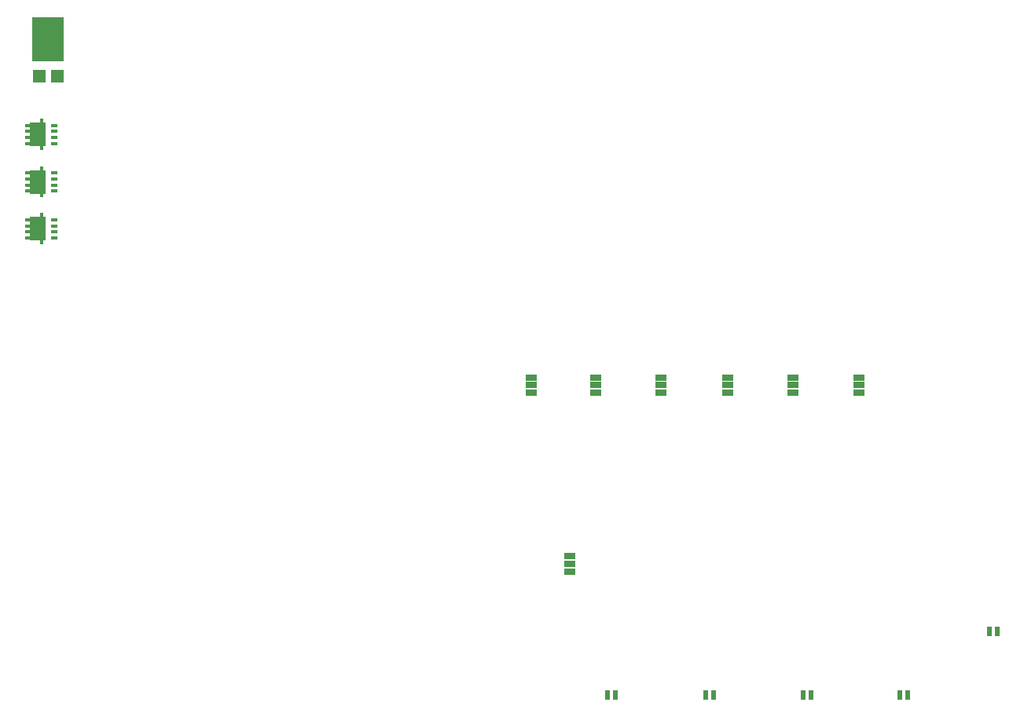
<source format=gbp>
G04*
G04 #@! TF.GenerationSoftware,Altium Limited,Altium Designer,20.0.9 (164)*
G04*
G04 Layer_Color=128*
%FSLAX25Y25*%
%MOIN*%
G70*
G01*
G75*
%ADD64R,0.01575X0.03150*%
%ADD65R,0.03150X0.01575*%
%ADD170R,0.05000X0.02500*%
%ADD171R,0.13228X0.19134*%
%ADD172R,0.05472X0.05512*%
%ADD173R,0.07087X0.09843*%
%ADD174R,0.02362X0.03937*%
D64*
X43600Y247261D02*
D03*
X43561Y236761D02*
D03*
X43600Y267461D02*
D03*
X43561Y256961D02*
D03*
X43600Y227400D02*
D03*
X43561Y216900D02*
D03*
D65*
X37951Y245800D02*
D03*
X37951Y243241D02*
D03*
X37951Y240682D02*
D03*
X37951Y238123D02*
D03*
X49073Y238123D02*
D03*
X49073Y240682D02*
D03*
X49073Y243241D02*
D03*
X49073Y245800D02*
D03*
X37951Y266000D02*
D03*
X37951Y263441D02*
D03*
X37951Y260882D02*
D03*
X37951Y258323D02*
D03*
X49073Y258323D02*
D03*
X49073Y260882D02*
D03*
X49073Y263441D02*
D03*
X49073Y266000D02*
D03*
X37951Y225939D02*
D03*
X37951Y223379D02*
D03*
X37951Y220820D02*
D03*
X37951Y218261D02*
D03*
X49073D02*
D03*
X49073Y220820D02*
D03*
X49073Y223379D02*
D03*
X49073Y225939D02*
D03*
D170*
X362520Y158969D02*
D03*
X362520Y155769D02*
D03*
Y152569D02*
D03*
X390400Y158969D02*
D03*
Y155769D02*
D03*
Y152569D02*
D03*
X306460Y158969D02*
D03*
X306460Y155769D02*
D03*
Y152569D02*
D03*
X334840Y158969D02*
D03*
Y155769D02*
D03*
Y152569D02*
D03*
X251200Y158969D02*
D03*
Y155769D02*
D03*
Y152569D02*
D03*
X278680Y158969D02*
D03*
Y155769D02*
D03*
Y152569D02*
D03*
X267600Y83100D02*
D03*
Y79900D02*
D03*
Y76700D02*
D03*
D171*
X46478Y302500D02*
D03*
D172*
X42600Y286853D02*
D03*
X50356D02*
D03*
D173*
X42162Y241961D02*
D03*
X42162Y262161D02*
D03*
X42162Y222100D02*
D03*
D174*
X449000Y51200D02*
D03*
X445700D02*
D03*
X410900Y24100D02*
D03*
X407600D02*
D03*
X370000D02*
D03*
X366700D02*
D03*
X286900D02*
D03*
X283600D02*
D03*
X328553D02*
D03*
X325253D02*
D03*
M02*

</source>
